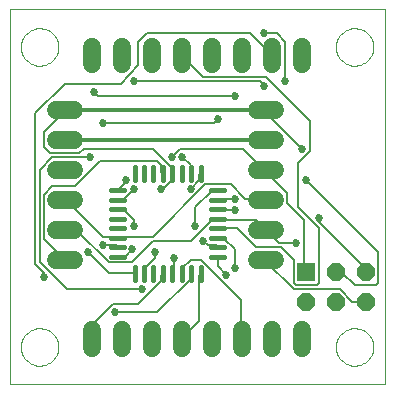
<source format=gtl>
G75*
%MOIN*%
%OFA0B0*%
%FSLAX24Y24*%
%IPPOS*%
%LPD*%
%AMOC8*
5,1,8,0,0,1.08239X$1,22.5*
%
%ADD10C,0.0000*%
%ADD11C,0.0010*%
%ADD12C,0.0160*%
%ADD13OC8,0.0600*%
%ADD14R,0.0600X0.0600*%
%ADD15C,0.0600*%
%ADD16C,0.0591*%
%ADD17C,0.0080*%
%ADD18C,0.0270*%
%ADD19C,0.0120*%
D10*
X000659Y001450D02*
X000661Y001500D01*
X000667Y001549D01*
X000677Y001598D01*
X000690Y001645D01*
X000708Y001692D01*
X000729Y001737D01*
X000753Y001780D01*
X000781Y001821D01*
X000812Y001860D01*
X000846Y001896D01*
X000883Y001930D01*
X000923Y001960D01*
X000964Y001987D01*
X001008Y002011D01*
X001053Y002031D01*
X001100Y002047D01*
X001148Y002060D01*
X001197Y002069D01*
X001247Y002074D01*
X001296Y002075D01*
X001346Y002072D01*
X001395Y002065D01*
X001444Y002054D01*
X001491Y002040D01*
X001537Y002021D01*
X001582Y001999D01*
X001625Y001974D01*
X001665Y001945D01*
X001703Y001913D01*
X001739Y001879D01*
X001772Y001841D01*
X001801Y001801D01*
X001827Y001759D01*
X001850Y001715D01*
X001869Y001669D01*
X001885Y001622D01*
X001897Y001573D01*
X001905Y001524D01*
X001909Y001475D01*
X001909Y001425D01*
X001905Y001376D01*
X001897Y001327D01*
X001885Y001278D01*
X001869Y001231D01*
X001850Y001185D01*
X001827Y001141D01*
X001801Y001099D01*
X001772Y001059D01*
X001739Y001021D01*
X001703Y000987D01*
X001665Y000955D01*
X001625Y000926D01*
X001582Y000901D01*
X001537Y000879D01*
X001491Y000860D01*
X001444Y000846D01*
X001395Y000835D01*
X001346Y000828D01*
X001296Y000825D01*
X001247Y000826D01*
X001197Y000831D01*
X001148Y000840D01*
X001100Y000853D01*
X001053Y000869D01*
X001008Y000889D01*
X000964Y000913D01*
X000923Y000940D01*
X000883Y000970D01*
X000846Y001004D01*
X000812Y001040D01*
X000781Y001079D01*
X000753Y001120D01*
X000729Y001163D01*
X000708Y001208D01*
X000690Y001255D01*
X000677Y001302D01*
X000667Y001351D01*
X000661Y001400D01*
X000659Y001450D01*
X000659Y011450D02*
X000661Y011500D01*
X000667Y011549D01*
X000677Y011598D01*
X000690Y011645D01*
X000708Y011692D01*
X000729Y011737D01*
X000753Y011780D01*
X000781Y011821D01*
X000812Y011860D01*
X000846Y011896D01*
X000883Y011930D01*
X000923Y011960D01*
X000964Y011987D01*
X001008Y012011D01*
X001053Y012031D01*
X001100Y012047D01*
X001148Y012060D01*
X001197Y012069D01*
X001247Y012074D01*
X001296Y012075D01*
X001346Y012072D01*
X001395Y012065D01*
X001444Y012054D01*
X001491Y012040D01*
X001537Y012021D01*
X001582Y011999D01*
X001625Y011974D01*
X001665Y011945D01*
X001703Y011913D01*
X001739Y011879D01*
X001772Y011841D01*
X001801Y011801D01*
X001827Y011759D01*
X001850Y011715D01*
X001869Y011669D01*
X001885Y011622D01*
X001897Y011573D01*
X001905Y011524D01*
X001909Y011475D01*
X001909Y011425D01*
X001905Y011376D01*
X001897Y011327D01*
X001885Y011278D01*
X001869Y011231D01*
X001850Y011185D01*
X001827Y011141D01*
X001801Y011099D01*
X001772Y011059D01*
X001739Y011021D01*
X001703Y010987D01*
X001665Y010955D01*
X001625Y010926D01*
X001582Y010901D01*
X001537Y010879D01*
X001491Y010860D01*
X001444Y010846D01*
X001395Y010835D01*
X001346Y010828D01*
X001296Y010825D01*
X001247Y010826D01*
X001197Y010831D01*
X001148Y010840D01*
X001100Y010853D01*
X001053Y010869D01*
X001008Y010889D01*
X000964Y010913D01*
X000923Y010940D01*
X000883Y010970D01*
X000846Y011004D01*
X000812Y011040D01*
X000781Y011079D01*
X000753Y011120D01*
X000729Y011163D01*
X000708Y011208D01*
X000690Y011255D01*
X000677Y011302D01*
X000667Y011351D01*
X000661Y011400D01*
X000659Y011450D01*
X011159Y011450D02*
X011161Y011500D01*
X011167Y011549D01*
X011177Y011598D01*
X011190Y011645D01*
X011208Y011692D01*
X011229Y011737D01*
X011253Y011780D01*
X011281Y011821D01*
X011312Y011860D01*
X011346Y011896D01*
X011383Y011930D01*
X011423Y011960D01*
X011464Y011987D01*
X011508Y012011D01*
X011553Y012031D01*
X011600Y012047D01*
X011648Y012060D01*
X011697Y012069D01*
X011747Y012074D01*
X011796Y012075D01*
X011846Y012072D01*
X011895Y012065D01*
X011944Y012054D01*
X011991Y012040D01*
X012037Y012021D01*
X012082Y011999D01*
X012125Y011974D01*
X012165Y011945D01*
X012203Y011913D01*
X012239Y011879D01*
X012272Y011841D01*
X012301Y011801D01*
X012327Y011759D01*
X012350Y011715D01*
X012369Y011669D01*
X012385Y011622D01*
X012397Y011573D01*
X012405Y011524D01*
X012409Y011475D01*
X012409Y011425D01*
X012405Y011376D01*
X012397Y011327D01*
X012385Y011278D01*
X012369Y011231D01*
X012350Y011185D01*
X012327Y011141D01*
X012301Y011099D01*
X012272Y011059D01*
X012239Y011021D01*
X012203Y010987D01*
X012165Y010955D01*
X012125Y010926D01*
X012082Y010901D01*
X012037Y010879D01*
X011991Y010860D01*
X011944Y010846D01*
X011895Y010835D01*
X011846Y010828D01*
X011796Y010825D01*
X011747Y010826D01*
X011697Y010831D01*
X011648Y010840D01*
X011600Y010853D01*
X011553Y010869D01*
X011508Y010889D01*
X011464Y010913D01*
X011423Y010940D01*
X011383Y010970D01*
X011346Y011004D01*
X011312Y011040D01*
X011281Y011079D01*
X011253Y011120D01*
X011229Y011163D01*
X011208Y011208D01*
X011190Y011255D01*
X011177Y011302D01*
X011167Y011351D01*
X011161Y011400D01*
X011159Y011450D01*
X011159Y001450D02*
X011161Y001500D01*
X011167Y001549D01*
X011177Y001598D01*
X011190Y001645D01*
X011208Y001692D01*
X011229Y001737D01*
X011253Y001780D01*
X011281Y001821D01*
X011312Y001860D01*
X011346Y001896D01*
X011383Y001930D01*
X011423Y001960D01*
X011464Y001987D01*
X011508Y002011D01*
X011553Y002031D01*
X011600Y002047D01*
X011648Y002060D01*
X011697Y002069D01*
X011747Y002074D01*
X011796Y002075D01*
X011846Y002072D01*
X011895Y002065D01*
X011944Y002054D01*
X011991Y002040D01*
X012037Y002021D01*
X012082Y001999D01*
X012125Y001974D01*
X012165Y001945D01*
X012203Y001913D01*
X012239Y001879D01*
X012272Y001841D01*
X012301Y001801D01*
X012327Y001759D01*
X012350Y001715D01*
X012369Y001669D01*
X012385Y001622D01*
X012397Y001573D01*
X012405Y001524D01*
X012409Y001475D01*
X012409Y001425D01*
X012405Y001376D01*
X012397Y001327D01*
X012385Y001278D01*
X012369Y001231D01*
X012350Y001185D01*
X012327Y001141D01*
X012301Y001099D01*
X012272Y001059D01*
X012239Y001021D01*
X012203Y000987D01*
X012165Y000955D01*
X012125Y000926D01*
X012082Y000901D01*
X012037Y000879D01*
X011991Y000860D01*
X011944Y000846D01*
X011895Y000835D01*
X011846Y000828D01*
X011796Y000825D01*
X011747Y000826D01*
X011697Y000831D01*
X011648Y000840D01*
X011600Y000853D01*
X011553Y000869D01*
X011508Y000889D01*
X011464Y000913D01*
X011423Y000940D01*
X011383Y000970D01*
X011346Y001004D01*
X011312Y001040D01*
X011281Y001079D01*
X011253Y001120D01*
X011229Y001163D01*
X011208Y001208D01*
X011190Y001255D01*
X011177Y001302D01*
X011167Y001351D01*
X011161Y001400D01*
X011159Y001450D01*
D11*
X000284Y000200D02*
X000284Y012700D01*
X012784Y012700D01*
X012784Y000200D01*
X000284Y000200D01*
D12*
X004450Y003679D02*
X004450Y004109D01*
X004765Y004109D02*
X004765Y003679D01*
X005080Y003679D02*
X005080Y004109D01*
X005395Y004109D02*
X005395Y003679D01*
X005710Y003679D02*
X005710Y004109D01*
X006025Y004109D02*
X006025Y003679D01*
X006339Y003679D02*
X006339Y004109D01*
X006654Y004109D02*
X006654Y003679D01*
X007010Y004465D02*
X007440Y004465D01*
X007440Y004780D02*
X007010Y004780D01*
X007010Y005095D02*
X007440Y005095D01*
X007440Y005410D02*
X007010Y005410D01*
X007010Y005725D02*
X007440Y005725D01*
X007440Y006040D02*
X007010Y006040D01*
X007010Y006355D02*
X007440Y006355D01*
X007440Y006670D02*
X007010Y006670D01*
X006654Y007026D02*
X006654Y007456D01*
X006339Y007456D02*
X006339Y007026D01*
X006025Y007026D02*
X006025Y007456D01*
X005710Y007456D02*
X005710Y007026D01*
X005395Y007026D02*
X005395Y007456D01*
X005080Y007456D02*
X005080Y007026D01*
X004765Y007026D02*
X004765Y007456D01*
X004450Y007456D02*
X004450Y007026D01*
X004094Y006670D02*
X003664Y006670D01*
X003664Y006355D02*
X004094Y006355D01*
X004094Y006040D02*
X003664Y006040D01*
X003664Y005725D02*
X004094Y005725D01*
X004094Y005410D02*
X003664Y005410D01*
X003664Y005095D02*
X004094Y005095D01*
X004094Y004780D02*
X003664Y004780D01*
X003664Y004465D02*
X004094Y004465D01*
D13*
X010154Y002940D03*
X011154Y002940D03*
X012154Y002940D03*
X012154Y003940D03*
X011154Y003940D03*
D14*
X010154Y003940D03*
D15*
X009134Y004340D02*
X008534Y004340D01*
X008534Y005340D02*
X009134Y005340D01*
X009134Y006340D02*
X008534Y006340D01*
X008534Y007340D02*
X009134Y007340D01*
X009134Y008340D02*
X008534Y008340D01*
X008534Y009340D02*
X009134Y009340D01*
X002434Y009340D02*
X001834Y009340D01*
X001834Y008340D02*
X002434Y008340D01*
X002434Y007340D02*
X001834Y007340D01*
X001834Y006340D02*
X002434Y006340D01*
X002434Y005340D02*
X001834Y005340D01*
X001834Y004340D02*
X002434Y004340D01*
D16*
X003034Y002015D02*
X003034Y001425D01*
X004034Y001425D02*
X004034Y002015D01*
X005034Y002015D02*
X005034Y001425D01*
X006034Y001425D02*
X006034Y002015D01*
X007034Y002015D02*
X007034Y001425D01*
X008034Y001425D02*
X008034Y002015D01*
X009034Y002015D02*
X009034Y001425D01*
X010034Y001425D02*
X010034Y002015D01*
X010034Y010875D02*
X010034Y011465D01*
X009034Y011465D02*
X009034Y010875D01*
X008034Y010875D02*
X008034Y011465D01*
X007034Y011465D02*
X007034Y010875D01*
X006034Y010875D02*
X006034Y011465D01*
X005034Y011465D02*
X005034Y010875D01*
X004034Y010875D02*
X004034Y011465D01*
X003034Y011465D02*
X003034Y010875D01*
D17*
X003104Y009950D02*
X003244Y009810D01*
X007794Y009810D01*
X007234Y009040D02*
X007094Y008900D01*
X003384Y008900D01*
X002754Y008060D02*
X002614Y007920D01*
X001634Y007920D01*
X001424Y008130D01*
X001424Y008620D01*
X002124Y009320D01*
X002134Y009340D01*
X002124Y010230D02*
X003994Y010230D01*
X004574Y010860D01*
X004574Y011630D01*
X004854Y011910D01*
X008284Y011910D01*
X008984Y011210D01*
X009474Y011630D02*
X009194Y011910D01*
X008774Y011910D01*
X009474Y011630D02*
X009474Y010300D01*
X008844Y010440D02*
X006744Y010440D01*
X006044Y011140D01*
X004434Y010300D02*
X008634Y010300D01*
X008774Y010160D01*
X008844Y010440D02*
X010314Y008970D01*
X010314Y007990D01*
X009894Y007570D01*
X009894Y006100D01*
X010594Y005400D01*
X010594Y003580D01*
X010524Y003510D01*
X009824Y003510D01*
X009754Y003580D01*
X009754Y004350D01*
X009334Y004770D01*
X008494Y004770D01*
X007864Y005400D01*
X007234Y005400D01*
X007225Y005410D01*
X007225Y005095D02*
X007234Y005050D01*
X007444Y005050D01*
X007794Y004700D01*
X007794Y004070D01*
X007514Y003860D02*
X007234Y004140D01*
X007234Y004420D01*
X007225Y004465D01*
X007225Y004780D02*
X007164Y004840D01*
X006884Y004840D01*
X006744Y004980D01*
X006324Y004980D02*
X007024Y005680D01*
X007164Y005680D01*
X007225Y005725D01*
X007234Y005680D01*
X008494Y005680D01*
X008834Y005340D01*
X009264Y004910D01*
X009824Y004910D01*
X010104Y005680D02*
X009544Y006240D01*
X009544Y006590D01*
X008844Y007290D01*
X008834Y007340D01*
X008774Y007360D01*
X008074Y008060D01*
X005974Y008060D01*
X005694Y007780D01*
X006044Y007780D02*
X006324Y007500D01*
X006324Y007290D01*
X006339Y007241D01*
X006604Y007220D02*
X006604Y007010D01*
X006324Y006730D01*
X006604Y007220D02*
X006654Y007241D01*
X006814Y006870D02*
X005064Y005120D01*
X003944Y005120D01*
X003879Y005095D01*
X003874Y005120D01*
X003384Y005120D01*
X002194Y006310D01*
X002134Y006340D01*
X002474Y006800D02*
X001704Y006800D01*
X001424Y006520D01*
X001424Y005050D01*
X002134Y004340D01*
X001424Y003930D02*
X001424Y003790D01*
X001424Y003930D02*
X001144Y004210D01*
X001144Y009250D01*
X002124Y010230D01*
X002754Y008060D02*
X005064Y008060D01*
X005694Y007430D01*
X005694Y007290D01*
X005710Y007241D01*
X005694Y007220D01*
X005694Y007010D01*
X005414Y006730D01*
X005344Y006730D01*
X005395Y007241D02*
X005344Y007290D01*
X005344Y007500D01*
X005204Y007640D01*
X003314Y007640D01*
X002474Y006800D01*
X002964Y007780D02*
X001704Y007780D01*
X001284Y007360D01*
X001284Y004280D01*
X002194Y003370D01*
X004714Y003370D01*
X004574Y002880D02*
X003734Y002880D01*
X003034Y002180D01*
X003034Y001760D01*
X003804Y002600D02*
X005204Y002600D01*
X006324Y003720D01*
X006324Y003860D01*
X006339Y003894D01*
X006604Y003860D02*
X006654Y003894D01*
X006604Y003860D02*
X006604Y002320D01*
X006044Y001760D01*
X004574Y002880D02*
X005344Y003650D01*
X005344Y003860D01*
X005395Y003894D01*
X005710Y003894D02*
X005764Y003930D01*
X005764Y004420D01*
X006044Y004070D02*
X006324Y004350D01*
X006674Y004350D01*
X008004Y003020D01*
X008004Y001760D01*
X009754Y003370D02*
X008844Y004280D01*
X008834Y004340D01*
X009754Y003370D02*
X011294Y003370D01*
X011714Y002950D01*
X012134Y002950D01*
X012154Y002940D01*
X012484Y003510D02*
X011784Y003510D01*
X011364Y003930D01*
X011154Y003930D01*
X011154Y003940D01*
X012154Y003940D02*
X012204Y004000D01*
X010594Y005610D01*
X010594Y005750D01*
X010104Y005680D02*
X010104Y004000D01*
X010154Y003940D01*
X012484Y003510D02*
X012554Y003580D01*
X012554Y004630D01*
X010174Y007010D01*
X010034Y008060D02*
X008774Y009320D01*
X008834Y009340D01*
X007654Y006870D02*
X006814Y006870D01*
X007024Y006660D02*
X006464Y006100D01*
X006464Y005470D01*
X006324Y004980D02*
X005064Y004980D01*
X004364Y004280D01*
X003594Y004280D01*
X002544Y005330D01*
X002194Y005330D01*
X002134Y005340D01*
X002894Y004630D02*
X003594Y003930D01*
X004434Y003930D01*
X004450Y003894D01*
X004765Y003894D02*
X004784Y003930D01*
X004784Y004070D01*
X005134Y004420D01*
X005134Y004630D01*
X004364Y004700D02*
X004154Y004490D01*
X003944Y004490D01*
X003879Y004465D01*
X003879Y004780D02*
X003874Y004840D01*
X003384Y004840D01*
X004434Y005470D02*
X004434Y005680D01*
X004084Y006030D01*
X003944Y006030D01*
X003879Y006040D01*
X003879Y006355D02*
X003944Y006380D01*
X004084Y006380D01*
X004434Y006730D01*
X004154Y006940D02*
X004154Y007010D01*
X004154Y006940D02*
X003944Y006730D01*
X003879Y006670D01*
X006044Y004070D02*
X006044Y003930D01*
X006025Y003894D01*
X007234Y006030D02*
X007225Y006040D01*
X007234Y006030D02*
X007794Y006030D01*
X007794Y006380D02*
X007234Y006380D01*
X007225Y006355D01*
X007164Y006660D02*
X007024Y006660D01*
X007164Y006660D02*
X007225Y006670D01*
X007654Y006870D02*
X008144Y006380D01*
X008774Y006380D01*
X008834Y006340D01*
D18*
X007794Y006380D03*
X007794Y006030D03*
X006744Y004980D03*
X006464Y005470D03*
X005764Y004420D03*
X005134Y004630D03*
X004364Y004700D03*
X004434Y005470D03*
X003384Y004840D03*
X002894Y004630D03*
X001424Y003790D03*
X003804Y002600D03*
X004714Y003370D03*
X007514Y003860D03*
X007794Y004070D03*
X009824Y004910D03*
X010594Y005750D03*
X010174Y007010D03*
X010034Y008060D03*
X008774Y010160D03*
X009474Y010300D03*
X007794Y009810D03*
X007234Y009040D03*
X006044Y007780D03*
X005694Y007780D03*
X005344Y006730D03*
X004434Y006730D03*
X004154Y007010D03*
X002964Y007780D03*
X003384Y008900D03*
X003104Y009950D03*
X004434Y010300D03*
X006324Y006730D03*
X008774Y011910D03*
D19*
X008834Y009340D02*
X002134Y009340D01*
X002134Y008340D02*
X008834Y008340D01*
M02*

</source>
